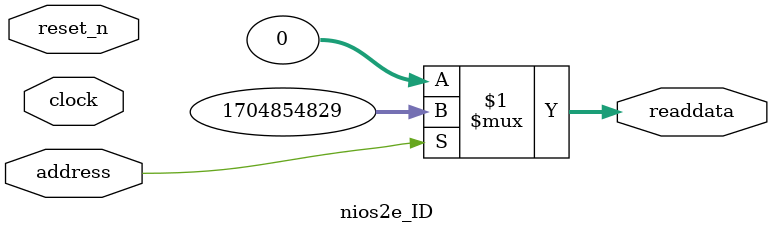
<source format=v>



// synthesis translate_off
`timescale 1ns / 1ps
// synthesis translate_on

// turn off superfluous verilog processor warnings 
// altera message_level Level1 
// altera message_off 10034 10035 10036 10037 10230 10240 10030 

module nios2e_ID (
               // inputs:
                address,
                clock,
                reset_n,

               // outputs:
                readdata
             )
;

  output  [ 31: 0] readdata;
  input            address;
  input            clock;
  input            reset_n;

  wire    [ 31: 0] readdata;
  //control_slave, which is an e_avalon_slave
  assign readdata = address ? 1704854829 : 0;

endmodule



</source>
